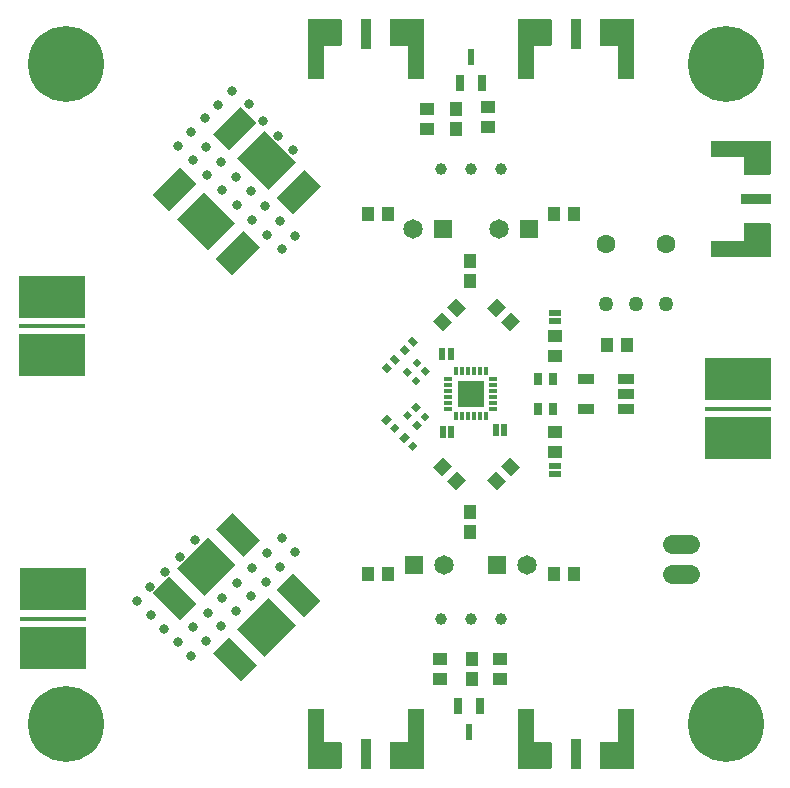
<source format=gts>
G04 EAGLE Gerber RS-274X export*
G75*
%MOMM*%
%FSLAX34Y34*%
%LPD*%
%INSoldermask Top*%
%IPPOS*%
%AMOC8*
5,1,8,0,0,1.08239X$1,22.5*%
G01*
%ADD10R,0.576200X0.576200*%
%ADD11R,1.076200X1.176200*%
%ADD12R,0.776200X0.976200*%
%ADD13R,0.576200X1.076200*%
%ADD14R,2.616200X0.838200*%
%ADD15R,5.156200X1.346200*%
%ADD16R,0.838200X2.616200*%
%ADD17R,1.346200X5.156200*%
%ADD18R,1.473200X0.838200*%
%ADD19R,1.176200X1.076200*%
%ADD20C,0.990600*%
%ADD21R,0.576200X0.676200*%
%ADD22C,1.276200*%
%ADD23R,0.326200X0.676200*%
%ADD24R,0.676200X0.326200*%
%ADD25R,2.276200X2.276200*%
%ADD26R,3.733800X3.302000*%
%ADD27R,1.955800X3.302000*%
%ADD28C,1.606200*%
%ADD29R,0.635000X1.397000*%
%ADD30R,0.584200X1.397000*%
%ADD31R,5.613400X0.431800*%
%ADD32R,5.613400X3.632200*%
%ADD33R,1.076200X0.576200*%
%ADD34C,1.576200*%
%ADD35R,1.646200X1.646200*%
%ADD36C,1.646200*%
%ADD37C,0.838200*%
%ADD38C,6.426200*%

G36*
X337557Y597043D02*
X337557Y597043D01*
X337676Y597050D01*
X337714Y597063D01*
X337755Y597068D01*
X337865Y597111D01*
X337978Y597148D01*
X338013Y597170D01*
X338050Y597185D01*
X338146Y597255D01*
X338247Y597318D01*
X338275Y597348D01*
X338308Y597371D01*
X338384Y597463D01*
X338465Y597550D01*
X338485Y597585D01*
X338510Y597616D01*
X338561Y597724D01*
X338619Y597828D01*
X338629Y597868D01*
X338646Y597904D01*
X338668Y598021D01*
X338698Y598136D01*
X338702Y598197D01*
X338706Y598217D01*
X338704Y598237D01*
X338708Y598297D01*
X338708Y633730D01*
X338693Y633848D01*
X338686Y633967D01*
X338673Y634005D01*
X338668Y634046D01*
X338625Y634156D01*
X338588Y634269D01*
X338566Y634304D01*
X338551Y634341D01*
X338482Y634437D01*
X338418Y634538D01*
X338388Y634566D01*
X338365Y634599D01*
X338273Y634675D01*
X338186Y634756D01*
X338151Y634776D01*
X338120Y634801D01*
X338012Y634852D01*
X337908Y634910D01*
X337868Y634920D01*
X337832Y634937D01*
X337715Y634959D01*
X337600Y634989D01*
X337540Y634993D01*
X337520Y634997D01*
X337499Y634995D01*
X337439Y634999D01*
X313690Y634999D01*
X313572Y634984D01*
X313453Y634977D01*
X313415Y634964D01*
X313374Y634959D01*
X313264Y634916D01*
X313151Y634879D01*
X313116Y634857D01*
X313079Y634842D01*
X312983Y634773D01*
X312882Y634709D01*
X312854Y634679D01*
X312821Y634656D01*
X312746Y634564D01*
X312664Y634477D01*
X312644Y634442D01*
X312619Y634411D01*
X312568Y634303D01*
X312510Y634199D01*
X312500Y634159D01*
X312483Y634123D01*
X312461Y634006D01*
X312431Y633891D01*
X312427Y633831D01*
X312423Y633811D01*
X312425Y633790D01*
X312421Y633730D01*
X312421Y613410D01*
X312436Y613292D01*
X312443Y613173D01*
X312456Y613135D01*
X312461Y613094D01*
X312504Y612984D01*
X312541Y612871D01*
X312563Y612836D01*
X312578Y612799D01*
X312648Y612703D01*
X312711Y612602D01*
X312741Y612574D01*
X312764Y612541D01*
X312856Y612466D01*
X312943Y612384D01*
X312978Y612364D01*
X313009Y612339D01*
X313117Y612288D01*
X313221Y612230D01*
X313261Y612220D01*
X313297Y612203D01*
X313414Y612181D01*
X313529Y612151D01*
X313590Y612147D01*
X313610Y612143D01*
X313630Y612145D01*
X313690Y612141D01*
X329693Y612141D01*
X329693Y598297D01*
X329708Y598179D01*
X329715Y598060D01*
X329728Y598022D01*
X329733Y597981D01*
X329776Y597871D01*
X329813Y597758D01*
X329835Y597723D01*
X329850Y597686D01*
X329920Y597590D01*
X329983Y597489D01*
X330013Y597461D01*
X330036Y597428D01*
X330128Y597353D01*
X330215Y597271D01*
X330250Y597251D01*
X330281Y597226D01*
X330389Y597175D01*
X330493Y597117D01*
X330533Y597107D01*
X330569Y597090D01*
X330686Y597068D01*
X330801Y597038D01*
X330862Y597034D01*
X330882Y597030D01*
X330902Y597032D01*
X330962Y597028D01*
X337439Y597028D01*
X337557Y597043D01*
G37*
G36*
X515357Y597043D02*
X515357Y597043D01*
X515476Y597050D01*
X515514Y597063D01*
X515555Y597068D01*
X515665Y597111D01*
X515778Y597148D01*
X515813Y597170D01*
X515850Y597185D01*
X515946Y597255D01*
X516047Y597318D01*
X516075Y597348D01*
X516108Y597371D01*
X516184Y597463D01*
X516265Y597550D01*
X516285Y597585D01*
X516310Y597616D01*
X516361Y597724D01*
X516419Y597828D01*
X516429Y597868D01*
X516446Y597904D01*
X516468Y598021D01*
X516498Y598136D01*
X516502Y598197D01*
X516506Y598217D01*
X516504Y598237D01*
X516508Y598297D01*
X516508Y633730D01*
X516493Y633848D01*
X516486Y633967D01*
X516473Y634005D01*
X516468Y634046D01*
X516425Y634156D01*
X516388Y634269D01*
X516366Y634304D01*
X516351Y634341D01*
X516282Y634437D01*
X516218Y634538D01*
X516188Y634566D01*
X516165Y634599D01*
X516073Y634675D01*
X515986Y634756D01*
X515951Y634776D01*
X515920Y634801D01*
X515812Y634852D01*
X515708Y634910D01*
X515668Y634920D01*
X515632Y634937D01*
X515515Y634959D01*
X515400Y634989D01*
X515340Y634993D01*
X515320Y634997D01*
X515299Y634995D01*
X515239Y634999D01*
X491490Y634999D01*
X491372Y634984D01*
X491253Y634977D01*
X491215Y634964D01*
X491174Y634959D01*
X491064Y634916D01*
X490951Y634879D01*
X490916Y634857D01*
X490879Y634842D01*
X490783Y634773D01*
X490682Y634709D01*
X490654Y634679D01*
X490621Y634656D01*
X490546Y634564D01*
X490464Y634477D01*
X490444Y634442D01*
X490419Y634411D01*
X490368Y634303D01*
X490310Y634199D01*
X490300Y634159D01*
X490283Y634123D01*
X490261Y634006D01*
X490231Y633891D01*
X490227Y633831D01*
X490223Y633811D01*
X490225Y633790D01*
X490221Y633730D01*
X490221Y613410D01*
X490236Y613292D01*
X490243Y613173D01*
X490256Y613135D01*
X490261Y613094D01*
X490304Y612984D01*
X490341Y612871D01*
X490363Y612836D01*
X490378Y612799D01*
X490448Y612703D01*
X490511Y612602D01*
X490541Y612574D01*
X490564Y612541D01*
X490656Y612466D01*
X490743Y612384D01*
X490778Y612364D01*
X490809Y612339D01*
X490917Y612288D01*
X491021Y612230D01*
X491061Y612220D01*
X491097Y612203D01*
X491214Y612181D01*
X491329Y612151D01*
X491390Y612147D01*
X491410Y612143D01*
X491430Y612145D01*
X491490Y612141D01*
X507493Y612141D01*
X507493Y598297D01*
X507508Y598179D01*
X507515Y598060D01*
X507528Y598022D01*
X507533Y597981D01*
X507576Y597871D01*
X507613Y597758D01*
X507635Y597723D01*
X507650Y597686D01*
X507720Y597590D01*
X507783Y597489D01*
X507813Y597461D01*
X507836Y597428D01*
X507928Y597353D01*
X508015Y597271D01*
X508050Y597251D01*
X508081Y597226D01*
X508189Y597175D01*
X508293Y597117D01*
X508333Y597107D01*
X508369Y597090D01*
X508486Y597068D01*
X508601Y597038D01*
X508662Y597034D01*
X508682Y597030D01*
X508702Y597032D01*
X508762Y597028D01*
X515239Y597028D01*
X515357Y597043D01*
G37*
G36*
X633848Y436007D02*
X633848Y436007D01*
X633967Y436014D01*
X634005Y436027D01*
X634046Y436032D01*
X634156Y436075D01*
X634269Y436112D01*
X634304Y436134D01*
X634341Y436149D01*
X634437Y436219D01*
X634538Y436282D01*
X634566Y436312D01*
X634599Y436335D01*
X634675Y436427D01*
X634756Y436514D01*
X634776Y436549D01*
X634801Y436580D01*
X634852Y436688D01*
X634910Y436792D01*
X634920Y436832D01*
X634937Y436868D01*
X634959Y436985D01*
X634989Y437100D01*
X634993Y437161D01*
X634997Y437181D01*
X634995Y437201D01*
X634999Y437261D01*
X634999Y461010D01*
X634984Y461128D01*
X634977Y461247D01*
X634964Y461285D01*
X634959Y461326D01*
X634916Y461436D01*
X634879Y461549D01*
X634857Y461584D01*
X634842Y461621D01*
X634773Y461717D01*
X634709Y461818D01*
X634679Y461846D01*
X634656Y461879D01*
X634564Y461955D01*
X634477Y462036D01*
X634442Y462056D01*
X634411Y462081D01*
X634303Y462132D01*
X634199Y462190D01*
X634159Y462200D01*
X634123Y462217D01*
X634006Y462239D01*
X633891Y462269D01*
X633831Y462273D01*
X633811Y462277D01*
X633790Y462275D01*
X633730Y462279D01*
X613410Y462279D01*
X613292Y462264D01*
X613173Y462257D01*
X613135Y462244D01*
X613094Y462239D01*
X612984Y462196D01*
X612871Y462159D01*
X612836Y462137D01*
X612799Y462122D01*
X612703Y462053D01*
X612602Y461989D01*
X612574Y461959D01*
X612541Y461936D01*
X612466Y461844D01*
X612384Y461757D01*
X612364Y461722D01*
X612339Y461691D01*
X612288Y461583D01*
X612230Y461479D01*
X612220Y461439D01*
X612203Y461403D01*
X612181Y461286D01*
X612151Y461171D01*
X612147Y461111D01*
X612143Y461091D01*
X612145Y461070D01*
X612141Y461010D01*
X612141Y445007D01*
X598297Y445007D01*
X598179Y444992D01*
X598060Y444985D01*
X598022Y444972D01*
X597981Y444967D01*
X597871Y444924D01*
X597758Y444887D01*
X597723Y444865D01*
X597686Y444850D01*
X597590Y444781D01*
X597489Y444717D01*
X597461Y444687D01*
X597428Y444664D01*
X597353Y444572D01*
X597271Y444485D01*
X597251Y444450D01*
X597226Y444419D01*
X597175Y444311D01*
X597117Y444207D01*
X597107Y444167D01*
X597090Y444131D01*
X597068Y444014D01*
X597038Y443899D01*
X597034Y443839D01*
X597030Y443819D01*
X597032Y443798D01*
X597028Y443738D01*
X597028Y437261D01*
X597043Y437143D01*
X597050Y437024D01*
X597063Y436986D01*
X597068Y436945D01*
X597111Y436835D01*
X597148Y436722D01*
X597170Y436687D01*
X597185Y436650D01*
X597255Y436554D01*
X597318Y436453D01*
X597348Y436425D01*
X597371Y436392D01*
X597463Y436317D01*
X597550Y436235D01*
X597585Y436215D01*
X597616Y436190D01*
X597724Y436139D01*
X597828Y436081D01*
X597868Y436071D01*
X597904Y436054D01*
X598021Y436032D01*
X598136Y436002D01*
X598197Y435998D01*
X598217Y435994D01*
X598237Y435996D01*
X598297Y435992D01*
X633730Y435992D01*
X633848Y436007D01*
G37*
G36*
X270628Y16D02*
X270628Y16D01*
X270747Y23D01*
X270785Y36D01*
X270826Y41D01*
X270936Y84D01*
X271049Y121D01*
X271084Y143D01*
X271121Y158D01*
X271217Y228D01*
X271318Y291D01*
X271346Y321D01*
X271379Y344D01*
X271455Y436D01*
X271536Y523D01*
X271556Y558D01*
X271581Y589D01*
X271632Y697D01*
X271690Y801D01*
X271700Y841D01*
X271717Y877D01*
X271739Y994D01*
X271769Y1109D01*
X271773Y1170D01*
X271777Y1190D01*
X271775Y1210D01*
X271779Y1270D01*
X271779Y21590D01*
X271764Y21708D01*
X271757Y21827D01*
X271744Y21865D01*
X271739Y21906D01*
X271696Y22016D01*
X271659Y22129D01*
X271637Y22164D01*
X271622Y22201D01*
X271553Y22297D01*
X271489Y22398D01*
X271459Y22426D01*
X271436Y22459D01*
X271344Y22535D01*
X271257Y22616D01*
X271222Y22636D01*
X271191Y22661D01*
X271083Y22712D01*
X270979Y22770D01*
X270939Y22780D01*
X270903Y22797D01*
X270786Y22819D01*
X270671Y22849D01*
X270611Y22853D01*
X270591Y22857D01*
X270570Y22855D01*
X270510Y22859D01*
X254507Y22859D01*
X254507Y36703D01*
X254492Y36821D01*
X254485Y36940D01*
X254472Y36978D01*
X254467Y37019D01*
X254424Y37129D01*
X254387Y37242D01*
X254365Y37277D01*
X254350Y37314D01*
X254281Y37410D01*
X254217Y37511D01*
X254187Y37539D01*
X254164Y37572D01*
X254072Y37648D01*
X253985Y37729D01*
X253950Y37749D01*
X253919Y37774D01*
X253811Y37825D01*
X253707Y37883D01*
X253667Y37893D01*
X253631Y37910D01*
X253514Y37932D01*
X253399Y37962D01*
X253339Y37966D01*
X253319Y37970D01*
X253298Y37968D01*
X253238Y37972D01*
X246761Y37972D01*
X246643Y37957D01*
X246524Y37950D01*
X246486Y37937D01*
X246445Y37932D01*
X246335Y37889D01*
X246222Y37852D01*
X246187Y37830D01*
X246150Y37815D01*
X246054Y37746D01*
X245953Y37682D01*
X245925Y37652D01*
X245892Y37629D01*
X245817Y37537D01*
X245735Y37450D01*
X245715Y37415D01*
X245690Y37384D01*
X245639Y37276D01*
X245581Y37172D01*
X245571Y37132D01*
X245554Y37096D01*
X245532Y36979D01*
X245502Y36864D01*
X245498Y36804D01*
X245494Y36784D01*
X245496Y36763D01*
X245492Y36703D01*
X245492Y1270D01*
X245507Y1152D01*
X245514Y1033D01*
X245527Y995D01*
X245532Y954D01*
X245575Y844D01*
X245612Y731D01*
X245634Y696D01*
X245649Y659D01*
X245719Y563D01*
X245782Y462D01*
X245812Y434D01*
X245835Y401D01*
X245927Y326D01*
X246014Y244D01*
X246049Y224D01*
X246080Y199D01*
X246188Y148D01*
X246292Y90D01*
X246332Y80D01*
X246368Y63D01*
X246485Y41D01*
X246600Y11D01*
X246661Y7D01*
X246681Y3D01*
X246701Y5D01*
X246761Y1D01*
X270510Y1D01*
X270628Y16D01*
G37*
G36*
X448428Y16D02*
X448428Y16D01*
X448547Y23D01*
X448585Y36D01*
X448626Y41D01*
X448736Y84D01*
X448849Y121D01*
X448884Y143D01*
X448921Y158D01*
X449017Y228D01*
X449118Y291D01*
X449146Y321D01*
X449179Y344D01*
X449255Y436D01*
X449336Y523D01*
X449356Y558D01*
X449381Y589D01*
X449432Y697D01*
X449490Y801D01*
X449500Y841D01*
X449517Y877D01*
X449539Y994D01*
X449569Y1109D01*
X449573Y1170D01*
X449577Y1190D01*
X449575Y1210D01*
X449579Y1270D01*
X449579Y21590D01*
X449564Y21708D01*
X449557Y21827D01*
X449544Y21865D01*
X449539Y21906D01*
X449496Y22016D01*
X449459Y22129D01*
X449437Y22164D01*
X449422Y22201D01*
X449353Y22297D01*
X449289Y22398D01*
X449259Y22426D01*
X449236Y22459D01*
X449144Y22535D01*
X449057Y22616D01*
X449022Y22636D01*
X448991Y22661D01*
X448883Y22712D01*
X448779Y22770D01*
X448739Y22780D01*
X448703Y22797D01*
X448586Y22819D01*
X448471Y22849D01*
X448411Y22853D01*
X448391Y22857D01*
X448370Y22855D01*
X448310Y22859D01*
X432307Y22859D01*
X432307Y36703D01*
X432292Y36821D01*
X432285Y36940D01*
X432272Y36978D01*
X432267Y37019D01*
X432224Y37129D01*
X432187Y37242D01*
X432165Y37277D01*
X432150Y37314D01*
X432081Y37410D01*
X432017Y37511D01*
X431987Y37539D01*
X431964Y37572D01*
X431872Y37648D01*
X431785Y37729D01*
X431750Y37749D01*
X431719Y37774D01*
X431611Y37825D01*
X431507Y37883D01*
X431467Y37893D01*
X431431Y37910D01*
X431314Y37932D01*
X431199Y37962D01*
X431139Y37966D01*
X431119Y37970D01*
X431098Y37968D01*
X431038Y37972D01*
X424561Y37972D01*
X424443Y37957D01*
X424324Y37950D01*
X424286Y37937D01*
X424245Y37932D01*
X424135Y37889D01*
X424022Y37852D01*
X423987Y37830D01*
X423950Y37815D01*
X423854Y37746D01*
X423753Y37682D01*
X423725Y37652D01*
X423692Y37629D01*
X423617Y37537D01*
X423535Y37450D01*
X423515Y37415D01*
X423490Y37384D01*
X423439Y37276D01*
X423381Y37172D01*
X423371Y37132D01*
X423354Y37096D01*
X423332Y36979D01*
X423302Y36864D01*
X423298Y36804D01*
X423294Y36784D01*
X423296Y36763D01*
X423292Y36703D01*
X423292Y1270D01*
X423307Y1152D01*
X423314Y1033D01*
X423327Y995D01*
X423332Y954D01*
X423375Y844D01*
X423412Y731D01*
X423434Y696D01*
X423449Y659D01*
X423519Y563D01*
X423582Y462D01*
X423612Y434D01*
X423635Y401D01*
X423727Y326D01*
X423814Y244D01*
X423849Y224D01*
X423880Y199D01*
X423988Y148D01*
X424092Y90D01*
X424132Y80D01*
X424168Y63D01*
X424285Y41D01*
X424400Y11D01*
X424461Y7D01*
X424481Y3D01*
X424501Y5D01*
X424561Y1D01*
X448310Y1D01*
X448428Y16D01*
G37*
G36*
X337557Y16D02*
X337557Y16D01*
X337676Y23D01*
X337714Y36D01*
X337755Y41D01*
X337865Y84D01*
X337978Y121D01*
X338013Y143D01*
X338050Y158D01*
X338146Y228D01*
X338247Y291D01*
X338275Y321D01*
X338308Y344D01*
X338384Y436D01*
X338465Y523D01*
X338485Y558D01*
X338510Y589D01*
X338561Y697D01*
X338619Y801D01*
X338629Y841D01*
X338646Y877D01*
X338668Y994D01*
X338698Y1109D01*
X338702Y1170D01*
X338706Y1190D01*
X338704Y1210D01*
X338708Y1270D01*
X338708Y30226D01*
X338693Y30344D01*
X338686Y30463D01*
X338673Y30501D01*
X338668Y30542D01*
X338625Y30652D01*
X338588Y30765D01*
X338566Y30800D01*
X338551Y30837D01*
X338482Y30933D01*
X338418Y31034D01*
X338388Y31062D01*
X338365Y31095D01*
X338273Y31171D01*
X338186Y31252D01*
X338151Y31272D01*
X338120Y31297D01*
X338012Y31348D01*
X337908Y31406D01*
X337868Y31416D01*
X337832Y31433D01*
X337715Y31455D01*
X337600Y31485D01*
X337540Y31489D01*
X337520Y31493D01*
X337499Y31491D01*
X337439Y31495D01*
X330962Y31495D01*
X330844Y31480D01*
X330725Y31473D01*
X330687Y31460D01*
X330646Y31455D01*
X330536Y31412D01*
X330423Y31375D01*
X330388Y31353D01*
X330351Y31338D01*
X330255Y31269D01*
X330154Y31205D01*
X330126Y31175D01*
X330093Y31152D01*
X330018Y31060D01*
X329936Y30973D01*
X329916Y30938D01*
X329891Y30907D01*
X329840Y30799D01*
X329782Y30695D01*
X329772Y30655D01*
X329755Y30619D01*
X329733Y30502D01*
X329703Y30387D01*
X329699Y30327D01*
X329695Y30307D01*
X329697Y30286D01*
X329693Y30226D01*
X329693Y22859D01*
X313690Y22859D01*
X313572Y22844D01*
X313453Y22837D01*
X313415Y22824D01*
X313374Y22819D01*
X313264Y22776D01*
X313151Y22739D01*
X313116Y22717D01*
X313079Y22702D01*
X312983Y22633D01*
X312882Y22569D01*
X312854Y22539D01*
X312821Y22516D01*
X312746Y22424D01*
X312664Y22337D01*
X312644Y22302D01*
X312619Y22271D01*
X312568Y22163D01*
X312510Y22059D01*
X312500Y22019D01*
X312483Y21983D01*
X312461Y21866D01*
X312431Y21751D01*
X312427Y21691D01*
X312423Y21671D01*
X312424Y21661D01*
X312423Y21659D01*
X312424Y21644D01*
X312421Y21590D01*
X312421Y1270D01*
X312436Y1152D01*
X312443Y1033D01*
X312456Y995D01*
X312461Y954D01*
X312504Y844D01*
X312541Y731D01*
X312563Y696D01*
X312578Y659D01*
X312648Y563D01*
X312711Y462D01*
X312741Y434D01*
X312764Y401D01*
X312856Y326D01*
X312943Y244D01*
X312978Y224D01*
X313009Y199D01*
X313117Y148D01*
X313221Y90D01*
X313261Y80D01*
X313297Y63D01*
X313414Y41D01*
X313529Y11D01*
X313590Y7D01*
X313610Y3D01*
X313630Y5D01*
X313690Y1D01*
X337439Y1D01*
X337557Y16D01*
G37*
G36*
X515357Y16D02*
X515357Y16D01*
X515476Y23D01*
X515514Y36D01*
X515555Y41D01*
X515665Y84D01*
X515778Y121D01*
X515813Y143D01*
X515850Y158D01*
X515946Y228D01*
X516047Y291D01*
X516075Y321D01*
X516108Y344D01*
X516184Y436D01*
X516265Y523D01*
X516285Y558D01*
X516310Y589D01*
X516361Y697D01*
X516419Y801D01*
X516429Y841D01*
X516446Y877D01*
X516468Y994D01*
X516498Y1109D01*
X516502Y1170D01*
X516506Y1190D01*
X516504Y1210D01*
X516508Y1270D01*
X516508Y30226D01*
X516493Y30344D01*
X516486Y30463D01*
X516473Y30501D01*
X516468Y30542D01*
X516425Y30652D01*
X516388Y30765D01*
X516366Y30800D01*
X516351Y30837D01*
X516282Y30933D01*
X516218Y31034D01*
X516188Y31062D01*
X516165Y31095D01*
X516073Y31171D01*
X515986Y31252D01*
X515951Y31272D01*
X515920Y31297D01*
X515812Y31348D01*
X515708Y31406D01*
X515668Y31416D01*
X515632Y31433D01*
X515515Y31455D01*
X515400Y31485D01*
X515340Y31489D01*
X515320Y31493D01*
X515299Y31491D01*
X515239Y31495D01*
X508762Y31495D01*
X508644Y31480D01*
X508525Y31473D01*
X508487Y31460D01*
X508446Y31455D01*
X508336Y31412D01*
X508223Y31375D01*
X508188Y31353D01*
X508151Y31338D01*
X508055Y31269D01*
X507954Y31205D01*
X507926Y31175D01*
X507893Y31152D01*
X507818Y31060D01*
X507736Y30973D01*
X507716Y30938D01*
X507691Y30907D01*
X507640Y30799D01*
X507582Y30695D01*
X507572Y30655D01*
X507555Y30619D01*
X507533Y30502D01*
X507503Y30387D01*
X507499Y30327D01*
X507495Y30307D01*
X507497Y30286D01*
X507493Y30226D01*
X507493Y22859D01*
X491490Y22859D01*
X491372Y22844D01*
X491253Y22837D01*
X491215Y22824D01*
X491174Y22819D01*
X491064Y22776D01*
X490951Y22739D01*
X490916Y22717D01*
X490879Y22702D01*
X490783Y22633D01*
X490682Y22569D01*
X490654Y22539D01*
X490621Y22516D01*
X490546Y22424D01*
X490464Y22337D01*
X490444Y22302D01*
X490419Y22271D01*
X490368Y22163D01*
X490310Y22059D01*
X490300Y22019D01*
X490283Y21983D01*
X490261Y21866D01*
X490231Y21751D01*
X490227Y21691D01*
X490223Y21671D01*
X490224Y21661D01*
X490223Y21659D01*
X490224Y21644D01*
X490221Y21590D01*
X490221Y1270D01*
X490236Y1152D01*
X490243Y1033D01*
X490256Y995D01*
X490261Y954D01*
X490304Y844D01*
X490341Y731D01*
X490363Y696D01*
X490378Y659D01*
X490448Y563D01*
X490511Y462D01*
X490541Y434D01*
X490564Y401D01*
X490656Y326D01*
X490743Y244D01*
X490778Y224D01*
X490809Y199D01*
X490917Y148D01*
X491021Y90D01*
X491061Y80D01*
X491097Y63D01*
X491214Y41D01*
X491329Y11D01*
X491390Y7D01*
X491410Y3D01*
X491430Y5D01*
X491490Y1D01*
X515239Y1D01*
X515357Y16D01*
G37*
G36*
X253356Y603520D02*
X253356Y603520D01*
X253475Y603527D01*
X253513Y603540D01*
X253554Y603545D01*
X253664Y603588D01*
X253777Y603625D01*
X253812Y603647D01*
X253849Y603662D01*
X253945Y603732D01*
X254046Y603795D01*
X254074Y603825D01*
X254107Y603848D01*
X254183Y603940D01*
X254264Y604027D01*
X254284Y604062D01*
X254309Y604093D01*
X254360Y604201D01*
X254418Y604305D01*
X254428Y604345D01*
X254445Y604381D01*
X254467Y604498D01*
X254497Y604613D01*
X254501Y604674D01*
X254505Y604694D01*
X254503Y604714D01*
X254507Y604774D01*
X254507Y612141D01*
X270510Y612141D01*
X270628Y612156D01*
X270747Y612163D01*
X270785Y612176D01*
X270826Y612181D01*
X270936Y612224D01*
X271049Y612261D01*
X271084Y612283D01*
X271121Y612298D01*
X271217Y612368D01*
X271318Y612431D01*
X271346Y612461D01*
X271379Y612484D01*
X271455Y612576D01*
X271536Y612663D01*
X271556Y612698D01*
X271581Y612729D01*
X271632Y612837D01*
X271690Y612941D01*
X271700Y612981D01*
X271717Y613017D01*
X271739Y613134D01*
X271769Y613249D01*
X271773Y613310D01*
X271777Y613330D01*
X271775Y613350D01*
X271779Y613410D01*
X271779Y633730D01*
X271764Y633848D01*
X271757Y633967D01*
X271744Y634005D01*
X271739Y634046D01*
X271696Y634156D01*
X271659Y634269D01*
X271637Y634304D01*
X271622Y634341D01*
X271553Y634437D01*
X271489Y634538D01*
X271459Y634566D01*
X271436Y634599D01*
X271344Y634675D01*
X271257Y634756D01*
X271222Y634776D01*
X271191Y634801D01*
X271083Y634852D01*
X270979Y634910D01*
X270939Y634920D01*
X270903Y634937D01*
X270786Y634959D01*
X270671Y634989D01*
X270611Y634993D01*
X270591Y634997D01*
X270570Y634995D01*
X270510Y634999D01*
X246761Y634999D01*
X246643Y634984D01*
X246524Y634977D01*
X246486Y634964D01*
X246445Y634959D01*
X246335Y634916D01*
X246222Y634879D01*
X246187Y634857D01*
X246150Y634842D01*
X246054Y634773D01*
X245953Y634709D01*
X245925Y634679D01*
X245892Y634656D01*
X245817Y634564D01*
X245735Y634477D01*
X245715Y634442D01*
X245690Y634411D01*
X245639Y634303D01*
X245581Y634199D01*
X245571Y634159D01*
X245554Y634123D01*
X245532Y634006D01*
X245502Y633891D01*
X245498Y633831D01*
X245494Y633811D01*
X245496Y633790D01*
X245492Y633730D01*
X245492Y604774D01*
X245507Y604656D01*
X245514Y604537D01*
X245527Y604499D01*
X245532Y604458D01*
X245575Y604348D01*
X245612Y604235D01*
X245634Y604200D01*
X245649Y604163D01*
X245719Y604067D01*
X245782Y603966D01*
X245812Y603938D01*
X245835Y603905D01*
X245927Y603830D01*
X246014Y603748D01*
X246049Y603728D01*
X246080Y603703D01*
X246188Y603652D01*
X246292Y603594D01*
X246332Y603584D01*
X246368Y603567D01*
X246485Y603545D01*
X246600Y603515D01*
X246661Y603511D01*
X246681Y603507D01*
X246701Y603509D01*
X246761Y603505D01*
X253238Y603505D01*
X253356Y603520D01*
G37*
G36*
X431156Y603520D02*
X431156Y603520D01*
X431275Y603527D01*
X431313Y603540D01*
X431354Y603545D01*
X431464Y603588D01*
X431577Y603625D01*
X431612Y603647D01*
X431649Y603662D01*
X431745Y603732D01*
X431846Y603795D01*
X431874Y603825D01*
X431907Y603848D01*
X431983Y603940D01*
X432064Y604027D01*
X432084Y604062D01*
X432109Y604093D01*
X432160Y604201D01*
X432218Y604305D01*
X432228Y604345D01*
X432245Y604381D01*
X432267Y604498D01*
X432297Y604613D01*
X432301Y604674D01*
X432305Y604694D01*
X432303Y604714D01*
X432307Y604774D01*
X432307Y612141D01*
X448310Y612141D01*
X448428Y612156D01*
X448547Y612163D01*
X448585Y612176D01*
X448626Y612181D01*
X448736Y612224D01*
X448849Y612261D01*
X448884Y612283D01*
X448921Y612298D01*
X449017Y612368D01*
X449118Y612431D01*
X449146Y612461D01*
X449179Y612484D01*
X449255Y612576D01*
X449336Y612663D01*
X449356Y612698D01*
X449381Y612729D01*
X449432Y612837D01*
X449490Y612941D01*
X449500Y612981D01*
X449517Y613017D01*
X449539Y613134D01*
X449569Y613249D01*
X449573Y613310D01*
X449577Y613330D01*
X449575Y613350D01*
X449579Y613410D01*
X449579Y633730D01*
X449564Y633848D01*
X449557Y633967D01*
X449544Y634005D01*
X449539Y634046D01*
X449496Y634156D01*
X449459Y634269D01*
X449437Y634304D01*
X449422Y634341D01*
X449353Y634437D01*
X449289Y634538D01*
X449259Y634566D01*
X449236Y634599D01*
X449144Y634675D01*
X449057Y634756D01*
X449022Y634776D01*
X448991Y634801D01*
X448883Y634852D01*
X448779Y634910D01*
X448739Y634920D01*
X448703Y634937D01*
X448586Y634959D01*
X448471Y634989D01*
X448411Y634993D01*
X448391Y634997D01*
X448370Y634995D01*
X448310Y634999D01*
X424561Y634999D01*
X424443Y634984D01*
X424324Y634977D01*
X424286Y634964D01*
X424245Y634959D01*
X424135Y634916D01*
X424022Y634879D01*
X423987Y634857D01*
X423950Y634842D01*
X423854Y634773D01*
X423753Y634709D01*
X423725Y634679D01*
X423692Y634656D01*
X423617Y634564D01*
X423535Y634477D01*
X423515Y634442D01*
X423490Y634411D01*
X423439Y634303D01*
X423381Y634199D01*
X423371Y634159D01*
X423354Y634123D01*
X423332Y634006D01*
X423302Y633891D01*
X423298Y633831D01*
X423294Y633811D01*
X423296Y633790D01*
X423292Y633730D01*
X423292Y604774D01*
X423307Y604656D01*
X423314Y604537D01*
X423327Y604499D01*
X423332Y604458D01*
X423375Y604348D01*
X423412Y604235D01*
X423434Y604200D01*
X423449Y604163D01*
X423519Y604067D01*
X423582Y603966D01*
X423612Y603938D01*
X423635Y603905D01*
X423727Y603830D01*
X423814Y603748D01*
X423849Y603728D01*
X423880Y603703D01*
X423988Y603652D01*
X424092Y603594D01*
X424132Y603584D01*
X424168Y603567D01*
X424285Y603545D01*
X424400Y603515D01*
X424461Y603511D01*
X424481Y603507D01*
X424501Y603509D01*
X424561Y603505D01*
X431038Y603505D01*
X431156Y603520D01*
G37*
G36*
X633848Y502936D02*
X633848Y502936D01*
X633967Y502943D01*
X634005Y502956D01*
X634046Y502961D01*
X634156Y503004D01*
X634269Y503041D01*
X634304Y503063D01*
X634341Y503078D01*
X634437Y503148D01*
X634538Y503211D01*
X634566Y503241D01*
X634599Y503264D01*
X634675Y503356D01*
X634756Y503443D01*
X634776Y503478D01*
X634801Y503509D01*
X634852Y503617D01*
X634910Y503721D01*
X634920Y503761D01*
X634937Y503797D01*
X634959Y503914D01*
X634989Y504029D01*
X634993Y504090D01*
X634997Y504110D01*
X634995Y504130D01*
X634999Y504190D01*
X634999Y527939D01*
X634984Y528057D01*
X634977Y528176D01*
X634964Y528214D01*
X634959Y528255D01*
X634916Y528365D01*
X634879Y528478D01*
X634857Y528513D01*
X634842Y528550D01*
X634773Y528646D01*
X634709Y528747D01*
X634679Y528775D01*
X634656Y528808D01*
X634564Y528884D01*
X634477Y528965D01*
X634442Y528985D01*
X634411Y529010D01*
X634303Y529061D01*
X634199Y529119D01*
X634159Y529129D01*
X634123Y529146D01*
X634006Y529168D01*
X633891Y529198D01*
X633831Y529202D01*
X633811Y529206D01*
X633790Y529204D01*
X633730Y529208D01*
X604774Y529208D01*
X604656Y529193D01*
X604537Y529186D01*
X604499Y529173D01*
X604458Y529168D01*
X604348Y529125D01*
X604235Y529088D01*
X604200Y529066D01*
X604163Y529051D01*
X604067Y528982D01*
X603966Y528918D01*
X603938Y528888D01*
X603905Y528865D01*
X603830Y528773D01*
X603748Y528686D01*
X603728Y528651D01*
X603703Y528620D01*
X603652Y528512D01*
X603594Y528408D01*
X603584Y528368D01*
X603567Y528332D01*
X603545Y528215D01*
X603515Y528100D01*
X603511Y528040D01*
X603507Y528020D01*
X603509Y527999D01*
X603505Y527939D01*
X603505Y521462D01*
X603520Y521344D01*
X603527Y521225D01*
X603540Y521187D01*
X603545Y521146D01*
X603588Y521036D01*
X603625Y520923D01*
X603647Y520888D01*
X603662Y520851D01*
X603732Y520755D01*
X603795Y520654D01*
X603825Y520626D01*
X603848Y520593D01*
X603940Y520518D01*
X604027Y520436D01*
X604062Y520416D01*
X604093Y520391D01*
X604201Y520340D01*
X604305Y520282D01*
X604345Y520272D01*
X604381Y520255D01*
X604498Y520233D01*
X604613Y520203D01*
X604674Y520199D01*
X604694Y520195D01*
X604714Y520197D01*
X604774Y520193D01*
X612141Y520193D01*
X612141Y504190D01*
X612156Y504072D01*
X612163Y503953D01*
X612176Y503915D01*
X612181Y503874D01*
X612224Y503764D01*
X612261Y503651D01*
X612283Y503616D01*
X612298Y503579D01*
X612368Y503483D01*
X612431Y503382D01*
X612461Y503354D01*
X612484Y503321D01*
X612576Y503246D01*
X612663Y503164D01*
X612698Y503144D01*
X612729Y503119D01*
X612837Y503068D01*
X612941Y503010D01*
X612981Y503000D01*
X613017Y502983D01*
X613134Y502961D01*
X613249Y502931D01*
X613310Y502927D01*
X613330Y502923D01*
X613350Y502925D01*
X613410Y502921D01*
X633730Y502921D01*
X633848Y502936D01*
G37*
D10*
G36*
X327426Y331694D02*
X323352Y335768D01*
X327426Y339842D01*
X331500Y335768D01*
X327426Y331694D01*
G37*
G36*
X334498Y324622D02*
X330424Y328696D01*
X334498Y332770D01*
X338572Y328696D01*
X334498Y324622D01*
G37*
D11*
X380492Y429886D03*
X380492Y412886D03*
X380238Y200542D03*
X380238Y217542D03*
D12*
X438000Y304800D03*
X451000Y304800D03*
X438000Y330200D03*
X451000Y330200D03*
D10*
G36*
X335554Y339822D02*
X331480Y343896D01*
X335554Y347970D01*
X339628Y343896D01*
X335554Y339822D01*
G37*
G36*
X342626Y332750D02*
X338552Y336824D01*
X342626Y340898D01*
X346700Y336824D01*
X342626Y332750D01*
G37*
D13*
X364534Y284988D03*
X357334Y284988D03*
D10*
G36*
X339628Y291104D02*
X335554Y287030D01*
X331480Y291104D01*
X335554Y295178D01*
X339628Y291104D01*
G37*
G36*
X346700Y298176D02*
X342626Y294102D01*
X338552Y298176D01*
X342626Y302250D01*
X346700Y298176D01*
G37*
G36*
X331500Y299232D02*
X327426Y295158D01*
X323352Y299232D01*
X327426Y303306D01*
X331500Y299232D01*
G37*
G36*
X338572Y306304D02*
X334498Y302230D01*
X330424Y306304D01*
X334498Y310378D01*
X338572Y306304D01*
G37*
D14*
X622300Y482600D03*
D15*
X609600Y525145D03*
X609600Y440055D03*
D16*
X469900Y622300D03*
D17*
X427355Y609600D03*
X512445Y609600D03*
D16*
X292100Y622300D03*
D17*
X249555Y609600D03*
X334645Y609600D03*
D18*
X512445Y330200D03*
X512445Y317500D03*
X512445Y304800D03*
X478155Y304800D03*
X478155Y330200D03*
D19*
X452120Y268360D03*
X452120Y285360D03*
X452120Y366640D03*
X452120Y349640D03*
D16*
X469900Y12700D03*
D17*
X512445Y25400D03*
X427355Y25400D03*
D16*
X292100Y12700D03*
D17*
X334645Y25400D03*
X249555Y25400D03*
D20*
X355600Y127000D03*
X381000Y127000D03*
X406400Y127000D03*
X406400Y508000D03*
X381000Y508000D03*
X355600Y508000D03*
D19*
X405892Y75828D03*
X405892Y92828D03*
X355092Y93336D03*
X355092Y76336D03*
X344170Y558918D03*
X344170Y541918D03*
X395732Y543188D03*
X395732Y560188D03*
D11*
X293760Y165100D03*
X310760Y165100D03*
X451240Y165100D03*
X468240Y165100D03*
D21*
G36*
X314073Y339011D02*
X309999Y334937D01*
X305219Y339717D01*
X309293Y343791D01*
X314073Y339011D01*
G37*
G36*
X321145Y346083D02*
X317071Y342009D01*
X312291Y346789D01*
X316365Y350863D01*
X321145Y346083D01*
G37*
D11*
X451240Y469900D03*
X468240Y469900D03*
X293760Y469900D03*
X310760Y469900D03*
D21*
G36*
X309293Y291209D02*
X305219Y295283D01*
X309999Y300063D01*
X314073Y295989D01*
X309293Y291209D01*
G37*
G36*
X316365Y284137D02*
X312291Y288211D01*
X317071Y292991D01*
X321145Y288917D01*
X316365Y284137D01*
G37*
D11*
X512944Y358648D03*
X495944Y358648D03*
D22*
X520700Y393700D03*
X495300Y393700D03*
X546100Y393700D03*
D23*
X368500Y298500D03*
X373500Y298500D03*
X378500Y298500D03*
X383500Y298500D03*
X388500Y298500D03*
X393500Y298500D03*
D24*
X400000Y305000D03*
X400000Y310000D03*
X400000Y315000D03*
X400000Y320000D03*
X400000Y325000D03*
X400000Y330000D03*
D23*
X393500Y336500D03*
X388500Y336500D03*
X383500Y336500D03*
X378500Y336500D03*
X373500Y336500D03*
X368500Y336500D03*
D24*
X362000Y330000D03*
X362000Y325000D03*
X362000Y320000D03*
X362000Y315000D03*
X362000Y310000D03*
X362000Y305000D03*
D25*
X381000Y317500D03*
D26*
G36*
X209873Y490304D02*
X183472Y516705D01*
X206821Y540054D01*
X233222Y513653D01*
X209873Y490304D01*
G37*
G36*
X158344Y438775D02*
X131943Y465176D01*
X155292Y488525D01*
X181693Y462124D01*
X158344Y438775D01*
G37*
D27*
G36*
X230529Y469649D02*
X216699Y483479D01*
X240047Y506827D01*
X253877Y492997D01*
X230529Y469649D01*
G37*
G36*
X179000Y418120D02*
X165170Y431950D01*
X188518Y455298D01*
X202348Y441468D01*
X179000Y418120D01*
G37*
G36*
X176647Y523531D02*
X162817Y537361D01*
X186165Y560709D01*
X199995Y546879D01*
X176647Y523531D01*
G37*
G36*
X125118Y472002D02*
X111288Y485832D01*
X134636Y509180D01*
X148466Y495350D01*
X125118Y472002D01*
G37*
D21*
G36*
X327531Y362029D02*
X331605Y366103D01*
X336385Y361323D01*
X332311Y357249D01*
X327531Y362029D01*
G37*
G36*
X320459Y354957D02*
X324533Y359031D01*
X329313Y354251D01*
X325239Y350177D01*
X320459Y354957D01*
G37*
G36*
X332311Y277751D02*
X336385Y273677D01*
X331605Y268897D01*
X327531Y272971D01*
X332311Y277751D01*
G37*
G36*
X325239Y284823D02*
X329313Y280749D01*
X324533Y275969D01*
X320459Y280043D01*
X325239Y284823D01*
G37*
D26*
G36*
X181693Y172876D02*
X155292Y146475D01*
X131943Y169824D01*
X158344Y196225D01*
X181693Y172876D01*
G37*
G36*
X233222Y121347D02*
X206821Y94946D01*
X183472Y118295D01*
X209873Y144696D01*
X233222Y121347D01*
G37*
D27*
G36*
X202348Y193532D02*
X188518Y179702D01*
X165170Y203050D01*
X179000Y216880D01*
X202348Y193532D01*
G37*
G36*
X253877Y142003D02*
X240047Y128173D01*
X216699Y151521D01*
X230529Y165351D01*
X253877Y142003D01*
G37*
G36*
X148466Y139650D02*
X134636Y125820D01*
X111288Y149168D01*
X125118Y162998D01*
X148466Y139650D01*
G37*
G36*
X199995Y88121D02*
X186165Y74291D01*
X162817Y97639D01*
X176647Y111469D01*
X199995Y88121D01*
G37*
D28*
X546100Y444500D03*
X495300Y444500D03*
D29*
X372110Y580898D03*
X390906Y580898D03*
D30*
X381508Y602742D03*
D11*
X368554Y558918D03*
X368554Y541918D03*
D29*
X388620Y52832D03*
X369824Y52832D03*
D30*
X379222Y30988D03*
D11*
X381762Y75828D03*
X381762Y92828D03*
D31*
X26416Y374904D03*
D32*
X26416Y399796D03*
X26416Y350012D03*
D31*
X27686Y127000D03*
D32*
X27686Y151892D03*
X27686Y102108D03*
D31*
X607314Y304800D03*
D32*
X607314Y279908D03*
X607314Y329692D03*
D13*
X364026Y351028D03*
X356826Y351028D03*
D33*
X452120Y256584D03*
X452120Y249384D03*
X452120Y378924D03*
X452120Y386124D03*
D13*
X402038Y287020D03*
X409238Y287020D03*
D34*
X551300Y165100D02*
X566300Y165100D01*
X566300Y190500D02*
X551300Y190500D01*
D35*
X357378Y457200D03*
D36*
X331978Y457200D03*
D35*
X430276Y456946D03*
D36*
X404876Y456946D03*
D35*
X333248Y172720D03*
D36*
X358648Y172720D03*
D35*
X403098Y172212D03*
D36*
X428498Y172212D03*
D11*
G36*
X369583Y252143D02*
X377193Y244533D01*
X368877Y236217D01*
X361267Y243827D01*
X369583Y252143D01*
G37*
G36*
X357563Y264163D02*
X365173Y256553D01*
X356857Y248237D01*
X349247Y255847D01*
X357563Y264163D01*
G37*
G36*
X410893Y243827D02*
X403283Y236217D01*
X394967Y244533D01*
X402577Y252143D01*
X410893Y243827D01*
G37*
G36*
X422913Y255847D02*
X415303Y248237D01*
X406987Y256553D01*
X414597Y264163D01*
X422913Y255847D01*
G37*
G36*
X361267Y391173D02*
X368877Y398783D01*
X377193Y390467D01*
X369583Y382857D01*
X361267Y391173D01*
G37*
G36*
X349247Y379153D02*
X356857Y386763D01*
X365173Y378447D01*
X357563Y370837D01*
X349247Y379153D01*
G37*
G36*
X402577Y382857D02*
X394967Y390467D01*
X403283Y398783D01*
X410893Y391173D01*
X402577Y382857D01*
G37*
G36*
X414597Y370837D02*
X406987Y378447D01*
X415303Y386763D01*
X422913Y379153D01*
X414597Y370837D01*
G37*
D37*
X194616Y488876D03*
X207188Y476303D03*
X219761Y463731D03*
X232333Y451159D03*
X183121Y477381D03*
X195694Y464809D03*
X208266Y452236D03*
X220838Y439664D03*
X182044Y501448D03*
X169471Y514020D03*
X156899Y526593D03*
X144327Y539165D03*
X170549Y489953D03*
X157977Y502526D03*
X145404Y515098D03*
X132832Y527670D03*
X155821Y550660D03*
X167316Y562155D03*
X178990Y573829D03*
X192833Y562527D03*
X205405Y548684D03*
X217977Y536112D03*
X230550Y523539D03*
X132971Y107063D03*
X145543Y119635D03*
X158116Y132208D03*
X170688Y144780D03*
X183260Y157352D03*
X195833Y169925D03*
X208405Y182497D03*
X220977Y195069D03*
X144466Y95568D03*
X157038Y108141D03*
X169610Y120713D03*
X182183Y133285D03*
X194755Y145858D03*
X207327Y158430D03*
X219900Y171002D03*
X232472Y183575D03*
X121476Y118558D03*
X109981Y130052D03*
X98307Y141727D03*
X109609Y154299D03*
X122182Y166871D03*
X134754Y179444D03*
X147327Y193286D03*
D38*
X38100Y596900D03*
X596900Y596900D03*
X38100Y38100D03*
X596900Y38100D03*
M02*

</source>
